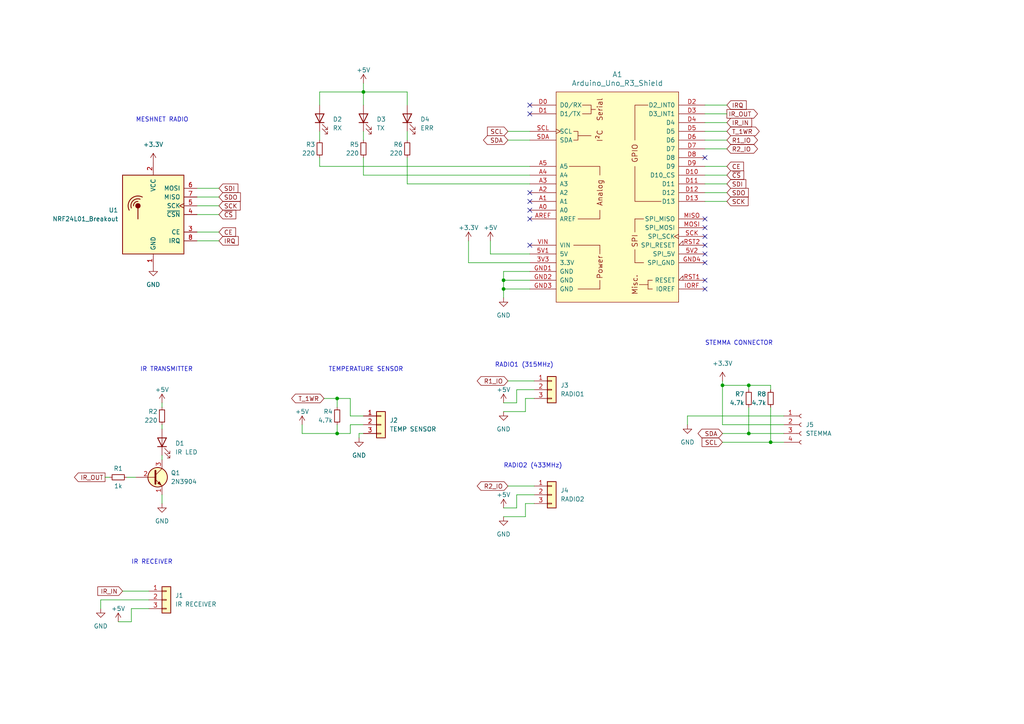
<source format=kicad_sch>
(kicad_sch (version 20230121) (generator eeschema)
  (paper "A4")
  (lib_symbols
    (symbol "Connector:Conn_01x04_Socket" (pin_names (offset 1.016) hide)
      (property "Reference" "J" (at 0 5.08 0))
      (property "Value" "Conn_01x04_Socket" (at 0 -7.62 0))
      (symbol "Conn_01x04_Socket_1_1"
        (arc (start 0 -4.572) (mid -0.5058 -5.08) (end 0 -5.588) (stroke (width 0.1524)))
        (arc (start 0 -2.032) (mid -0.5058 -2.54) (end 0 -3.048) (stroke (width 0.1524)))
        (polyline (pts (xy -1.27 -5.08) (xy -0.508 -5.08)) (stroke (width 0.1524)))
        (polyline (pts (xy -1.27 -2.54) (xy -0.508 -2.54)) (stroke (width 0.1524)))
        (polyline (pts (xy -1.27 0) (xy -0.508 0)) (stroke (width 0.1524)))
        (polyline (pts (xy -1.27 2.54) (xy -0.508 2.54)) (stroke (width 0.1524)))
        (arc (start 0 0.508) (mid -0.5058 0) (end 0 -0.508) (stroke (width 0.1524)))
        (arc (start 0 3.048) (mid -0.5058 2.54) (end 0 2.032) (stroke (width 0.1524)))
        (pin passive line (at -5.08 2.54 0) (length 3.81) (name "Pin_1") (number "1"))
        (pin passive line (at -5.08 0 0) (length 3.81) (name "Pin_2") (number "2"))
        (pin passive line (at -5.08 -2.54 0) (length 3.81) (name "Pin_3") (number "3"))
        (pin passive line (at -5.08 -5.08 0) (length 3.81) (name "Pin_4") (number "4"))
      )
    )
    (symbol "Connector_Generic:Conn_01x03" (pin_names (offset 1.016) hide)
      (property "Reference" "J" (at 0 5.08 0))
      (property "Value" "Conn_01x03" (at 0 -5.08 0))
      (symbol "Conn_01x03_1_1"
        (rectangle (start -1.27 -2.413) (end 0 -2.667) (stroke (width 0.1524)))
        (rectangle (start -1.27 0.127) (end 0 -0.127) (stroke (width 0.1524)))
        (rectangle (start -1.27 2.667) (end 0 2.413) (stroke (width 0.1524)))
        (rectangle (start -1.27 3.81) (end 1.27 -3.81) (stroke (width 0.254)) (fill (type background)))
        (pin passive line (at -5.08 2.54 0) (length 3.81) (name "Pin_1") (number "1"))
        (pin passive line (at -5.08 0 0) (length 3.81) (name "Pin_2") (number "2"))
        (pin passive line (at -5.08 -2.54 0) (length 3.81) (name "Pin_3") (number "3"))
      )
    )
    (symbol "Device:LED" (pin_numbers hide) (pin_names (offset 1.016) hide)
      (property "Reference" "D" (at 0 2.54 0))
      (property "Value" "LED" (at 0 -2.54 0))
      (symbol "LED_0_1"
        (polyline (pts (xy -1.27 -1.27) (xy -1.27 1.27)) (stroke (width 0.254)))
        (polyline (pts (xy -1.27 0) (xy 1.27 0)))
        (polyline (pts (xy 1.27 -1.27) (xy 1.27 1.27) (xy -1.27 0) (xy 1.27 -1.27)) (stroke (width 0.254)))
        (polyline (pts (xy -3.048 -0.762) (xy -4.572 -2.286) (xy -3.81 -2.286) (xy -4.572 -2.286) (xy -4.572 -1.524)))
        (polyline (pts (xy -1.778 -0.762) (xy -3.302 -2.286) (xy -2.54 -2.286) (xy -3.302 -2.286) (xy -3.302 -1.524)))
      )
      (symbol "LED_1_1"
        (pin passive line (at -3.81 0 0) (length 2.54) (name "K") (number "1"))
        (pin passive line (at 3.81 0 180) (length 2.54) (name "A") (number "2"))
      )
    )
    (symbol "Device:R_Small" (pin_numbers hide) (pin_names (offset 0.254) hide)
      (property "Reference" "R" (at 0.762 0.508 0))
      (property "Value" "R_Small" (at 0.762 -1.016 0))
      (symbol "R_Small_0_1"
        (rectangle (start -0.762 1.778) (end 0.762 -1.778) (stroke (width 0.2032)))
      )
      (symbol "R_Small_1_1"
        (pin passive line (at 0 2.54 270) (length 0.762) (name "~") (number "1"))
        (pin passive line (at 0 -2.54 90) (length 0.762) (name "~") (number "2"))
      )
    )
    (symbol "PCM_Transistor_BJT_AKL:2N3904" (pin_names hide)
      (property "Reference" "Q" (at 5.08 1.27 0))
      (property "Value" "2N3904" (at 5.08 -1.27 0))
      (symbol "2N3904_0_1"
        (polyline (pts (xy 0.635 0.635) (xy 2.54 2.54)))
        (polyline (pts (xy 0.635 -0.635) (xy 2.54 -2.54) (xy 2.54 -2.54)))
        (polyline (pts (xy 0.635 1.905) (xy 0.635 -1.905) (xy 0.635 -1.905)) (stroke (width 0.508)))
        (polyline (pts (xy 1.27 -1.778) (xy 1.778 -1.27) (xy 2.286 -2.286) (xy 1.27 -1.778) (xy 1.27 -1.778)) (fill (type outline)))
        (circle (center 1.27 0) (radius 2.8194) (stroke (width 0.254)) (fill (type background)))
      )
      (symbol "2N3904_1_1"
        (pin passive line (at 2.54 -5.08 90) (length 2.54) (name "E") (number "1"))
        (pin passive line (at -5.08 0 0) (length 5.715) (name "B") (number "2"))
        (pin passive line (at 2.54 5.08 270) (length 2.54) (name "C") (number "3"))
      )
    )
    (symbol "PCM_arduino-library:Arduino_Uno_R3_Shield" (pin_names (offset 1.016))
      (property "Reference" "A" (at 0 36.83 0))
      (property "Value" "Arduino_Uno_R3_Shield" (at 0 33.02 0))
      (symbol "Arduino_Uno_R3_Shield_0_0"
        (rectangle (start -17.78 30.48) (end 17.78 -30.48) (fill (type background)))
        (rectangle (start -12.7 -13.97) (end -5.08 -13.97))
        (rectangle (start -11.43 -26.67) (end -5.08 -26.67))
        (polyline (pts (xy -11.43 17.78) (xy -7.62 17.78)))
        (polyline (pts (xy -7.62 25.4) (xy -6.35 25.4)))
        (polyline (pts (xy -5.08 -26.67) (xy -5.08 -24.13)))
        (polyline (pts (xy -5.08 -15.24) (xy -5.08 -16.51)))
        (polyline (pts (xy -5.08 -13.97) (xy -5.08 -15.24)))
        (polyline (pts (xy -5.08 -3.81) (xy -5.08 -6.35) (xy -11.43 -6.35)))
        (polyline (pts (xy -5.08 6.35) (xy -5.08 8.89) (xy -13.97 8.89)))
        (polyline (pts (xy 5.08 8.89) (xy 5.08 -1.27) (xy 12.7 -1.27)))
        (polyline (pts (xy 5.08 16.51) (xy 5.08 26.67) (xy 8.89 26.67)))
        (polyline (pts (xy -12.7 19.05) (xy -11.43 19.05) (xy -11.43 16.51) (xy -12.7 16.51)))
        (polyline (pts (xy -10.16 26.67) (xy -7.62 26.67) (xy -7.62 24.13) (xy -10.16 24.13)))
        (rectangle (start 5.08 -19.05) (end 5.08 -15.24))
        (rectangle (start 5.08 -19.05) (end 7.62 -19.05))
        (rectangle (start 5.08 -10.16) (end 5.08 -6.35))
        (rectangle (start 7.62 -6.35) (end 5.08 -6.35))
        (rectangle (start 8.89 -25.4) (end 6.35 -25.4))
        (rectangle (start 8.89 -24.13) (end 8.89 -26.67))
        (rectangle (start 10.16 -26.67) (end 8.89 -26.67))
        (rectangle (start 10.16 -24.13) (end 8.89 -24.13))
        (text "Analog" (at -5.08 1.27 900) (effects (font (size 1.524 1.524))))
        (text "I²C" (at -5.08 17.78 900) (effects (font (size 1.524 1.524))))
        (text "Misc." (at 5.08 -25.4 900) (effects (font (size 1.524 1.524))))
        (text "Power" (at -5.08 -20.32 900) (effects (font (size 1.524 1.524))))
        (text "Serial" (at -5.08 25.4 900) (effects (font (size 1.524 1.524))))
        (text "SPI" (at 5.08 -12.7 900) (effects (font (size 1.524 1.524))))
      )
      (symbol "Arduino_Uno_R3_Shield_1_0"
        (text "GPIO" (at 5.08 12.7 900) (effects (font (size 1.524 1.524))))
      )
      (symbol "Arduino_Uno_R3_Shield_1_1"
        (pin power_out line (at -25.4 -19.05 0) (length 7.62) (name "3.3V") (number "3V3"))
        (pin power_in line (at -25.4 -16.51 0) (length 7.62) (name "5V") (number "5V1"))
        (pin power_in line (at 25.4 -16.51 180) (length 7.62) (name "SPI_5V") (number "5V2"))
        (pin bidirectional line (at -25.4 -3.81 0) (length 7.62) (name "A0") (number "A0"))
        (pin bidirectional line (at -25.4 -1.27 0) (length 7.62) (name "A1") (number "A1"))
        (pin bidirectional line (at -25.4 1.27 0) (length 7.62) (name "A2") (number "A2"))
        (pin bidirectional line (at -25.4 3.81 0) (length 7.62) (name "A3") (number "A3"))
        (pin bidirectional line (at -25.4 6.35 0) (length 7.62) (name "A4") (number "A4"))
        (pin bidirectional line (at -25.4 8.89 0) (length 7.62) (name "A5") (number "A5"))
        (pin input line (at -25.4 -6.35 0) (length 7.62) (name "AREF") (number "AREF"))
        (pin bidirectional line (at -25.4 26.67 0) (length 7.62) (name "D0/RX") (number "D0"))
        (pin bidirectional line (at -25.4 24.13 0) (length 7.62) (name "D1/TX") (number "D1"))
        (pin bidirectional line (at 25.4 6.35 180) (length 7.62) (name "D10_CS") (number "D10"))
        (pin bidirectional line (at 25.4 3.81 180) (length 7.62) (name "D11") (number "D11"))
        (pin bidirectional line (at 25.4 1.27 180) (length 7.62) (name "D12") (number "D12"))
        (pin bidirectional line (at 25.4 -1.27 180) (length 7.62) (name "D13") (number "D13"))
        (pin bidirectional line (at 25.4 26.67 180) (length 7.62) (name "D2_INT0") (number "D2"))
        (pin bidirectional line (at 25.4 24.13 180) (length 7.62) (name "D3_INT1") (number "D3"))
        (pin bidirectional line (at 25.4 21.59 180) (length 7.62) (name "D4") (number "D4"))
        (pin bidirectional line (at 25.4 19.05 180) (length 7.62) (name "D5") (number "D5"))
        (pin bidirectional line (at 25.4 16.51 180) (length 7.62) (name "D6") (number "D6"))
        (pin bidirectional line (at 25.4 13.97 180) (length 7.62) (name "D7") (number "D7"))
        (pin bidirectional line (at 25.4 11.43 180) (length 7.62) (name "D8") (number "D8"))
        (pin bidirectional line (at 25.4 8.89 180) (length 7.62) (name "D9") (number "D9"))
        (pin power_in line (at -25.4 -21.59 0) (length 7.62) (name "GND") (number "GND1"))
        (pin power_in line (at -25.4 -24.13 0) (length 7.62) (name "GND") (number "GND2"))
        (pin power_in line (at -25.4 -26.67 0) (length 7.62) (name "GND") (number "GND3"))
        (pin power_in line (at 25.4 -19.05 180) (length 7.62) (name "SPI_GND") (number "GND4"))
        (pin output line (at 25.4 -26.67 180) (length 7.62) (name "IOREF") (number "IORF"))
        (pin input line (at 25.4 -6.35 180) (length 7.62) (name "SPI_MISO") (number "MISO"))
        (pin output line (at 25.4 -8.89 180) (length 7.62) (name "SPI_MOSI") (number "MOSI"))
        (pin open_collector input_low (at 25.4 -24.13 180) (length 7.62) (name "RESET") (number "RST1"))
        (pin open_collector input_low (at 25.4 -13.97 180) (length 7.62) (name "SPI_RESET") (number "RST2"))
        (pin output clock (at 25.4 -11.43 180) (length 7.62) (name "SPI_SCK") (number "SCK"))
        (pin bidirectional clock (at -25.4 19.05 0) (length 7.62) (name "SCL") (number "SCL"))
        (pin bidirectional line (at -25.4 16.51 0) (length 7.62) (name "SDA") (number "SDA"))
        (pin power_in line (at -25.4 -13.97 0) (length 7.62) (name "VIN") (number "VIN"))
      )
    )
    (symbol "RF:NRF24L01_Breakout" (pin_names (offset 1.016))
      (property "Reference" "U" (at -8.89 12.7 0))
      (property "Value" "NRF24L01_Breakout" (at 3.81 12.7 0))
      (symbol "NRF24L01_Breakout_0_1"
        (rectangle (start -8.89 11.43) (end 8.89 -11.43) (stroke (width 0.254)) (fill (type background)))
        (polyline (pts (xy 4.445 1.905) (xy 4.445 -1.27)) (stroke (width 0.254)))
        (circle (center 4.445 2.54) (radius 0.635) (stroke (width 0.254)) (fill (type outline)))
        (arc (start 5.715 2.54) (mid 5.3521 3.4546) (end 4.445 3.81) (stroke (width 0.254)))
        (arc (start 6.35 1.905) (mid 5.8763 3.9854) (end 3.81 4.445) (stroke (width 0.254)))
        (arc (start 6.985 1.27) (mid 6.453 4.548) (end 3.175 5.08) (stroke (width 0.254)))
      )
      (symbol "NRF24L01_Breakout_1_1"
        (pin power_in line (at 0 -15.24 90) (length 3.81) (name "GND") (number "1"))
        (pin power_in line (at 0 15.24 270) (length 3.81) (name "VCC") (number "2"))
        (pin input line (at -12.7 -5.08 0) (length 3.81) (name "CE") (number "3"))
        (pin input line (at -12.7 0 0) (length 3.81) (name "~{CSN}") (number "4"))
        (pin input clock (at -12.7 2.54 0) (length 3.81) (name "SCK") (number "5"))
        (pin input line (at -12.7 7.62 0) (length 3.81) (name "MOSI") (number "6"))
        (pin output line (at -12.7 5.08 0) (length 3.81) (name "MISO") (number "7"))
        (pin output line (at -12.7 -7.62 0) (length 3.81) (name "IRQ") (number "8"))
      )
    )
    (symbol "power:+3.3V" (power) (pin_names (offset 0))
      (property "Value" "+3.3V" (at 0 3.556 0))
      (symbol "+3.3V_0_1"
        (polyline (pts (xy -0.762 1.27) (xy 0 2.54)))
        (polyline (pts (xy 0 0) (xy 0 2.54)))
        (polyline (pts (xy 0 2.54) (xy 0.762 1.27)))
      )
      (symbol "+3.3V_1_1"
        (pin power_in line (at 0 0 90) (length 0) hide (name "+3.3V") (number "1"))
      )
    )
    (symbol "power:+5V" (power) (pin_names (offset 0))
      (property "Value" "+5V" (at 0 3.556 0))
      (symbol "+5V_0_1"
        (polyline (pts (xy -0.762 1.27) (xy 0 2.54)))
        (polyline (pts (xy 0 0) (xy 0 2.54)))
        (polyline (pts (xy 0 2.54) (xy 0.762 1.27)))
      )
      (symbol "+5V_1_1"
        (pin power_in line (at 0 0 90) (length 0) hide (name "+5V") (number "1"))
      )
    )
    (symbol "power:GND" (power) (pin_names (offset 0))
      (property "Value" "GND" (at 0 -3.81 0))
      (symbol "GND_0_1"
        (polyline (pts (xy 0 0) (xy 0 -1.27) (xy 1.27 -1.27) (xy 0 -2.54) (xy -1.27 -1.27) (xy 0 -1.27)))
      )
      (symbol "GND_1_1"
        (pin power_in line (at 0 0 270) (length 0) hide (name "GND") (number "1"))
      )
    )
  )
  (junction (at 97.79 125.73))
  (junction (at 105.41 26.67))
  (junction (at 217.17 111.76))
  (junction (at 146.05 83.82))
  (junction (at 209.55 111.76))
  (junction (at 223.52 128.27))
  (junction (at 97.79 115.57))
  (junction (at 217.17 125.73))
  (junction (at 146.05 81.28))
  (no_connect (at 204.47 68.58))
  (no_connect (at 204.47 45.72))
  (no_connect (at 153.67 58.42))
  (no_connect (at 153.67 71.12))
  (no_connect (at 204.47 73.66))
  (no_connect (at 204.47 71.12))
  (no_connect (at 204.47 76.2))
  (no_connect (at 204.47 83.82))
  (no_connect (at 204.47 81.28))
  (no_connect (at 153.67 30.48))
  (no_connect (at 204.47 63.5))
  (no_connect (at 153.67 55.88))
  (no_connect (at 204.47 66.04))
  (no_connect (at 153.67 33.02))
  (no_connect (at 153.67 60.96))
  (no_connect (at 153.67 63.5))
  (wire (pts (xy 36.83 138.43) (xy 39.37 138.43)))
  (wire (pts (xy 210.82 40.64) (xy 204.47 40.64)))
  (wire (pts (xy 105.41 24.13) (xy 105.41 26.67)))
  (wire (pts (xy 149.86 143.51) (xy 154.94 143.51)))
  (wire (pts (xy 87.63 123.19) (xy 87.63 125.73)))
  (wire (pts (xy 147.32 140.97) (xy 154.94 140.97)))
  (wire (pts (xy 105.41 38.1) (xy 105.41 40.64)))
  (wire (pts (xy 92.71 38.1) (xy 92.71 40.64)))
  (wire (pts (xy 34.29 180.34) (xy 38.1 180.34)))
  (wire (pts (xy 210.82 33.02) (xy 204.47 33.02)))
  (wire (pts (xy 147.32 40.64) (xy 153.67 40.64)))
  (wire (pts (xy 29.21 176.53) (xy 29.21 173.99)))
  (wire (pts (xy 153.67 38.1) (xy 147.32 38.1)))
  (wire (pts (xy 30.48 138.43) (xy 31.75 138.43)))
  (wire (pts (xy 38.1 176.53) (xy 43.18 176.53)))
  (wire (pts (xy 149.86 116.84) (xy 149.86 113.03)))
  (wire (pts (xy 142.24 69.85) (xy 142.24 73.66)))
  (wire (pts (xy 46.99 132.08) (xy 46.99 133.35)))
  (wire (pts (xy 149.86 147.32) (xy 149.86 143.51)))
  (wire (pts (xy 204.47 50.8) (xy 210.82 50.8)))
  (wire (pts (xy 92.71 26.67) (xy 105.41 26.67)))
  (wire (pts (xy 209.55 110.49) (xy 209.55 111.76)))
  (wire (pts (xy 217.17 113.03) (xy 217.17 111.76)))
  (wire (pts (xy 118.11 53.34) (xy 153.67 53.34)))
  (wire (pts (xy 101.6 123.19) (xy 105.41 123.19)))
  (wire (pts (xy 97.79 115.57) (xy 101.6 115.57)))
  (wire (pts (xy 142.24 73.66) (xy 153.67 73.66)))
  (wire (pts (xy 217.17 125.73) (xy 227.33 125.73)))
  (wire (pts (xy 209.55 111.76) (xy 217.17 111.76)))
  (wire (pts (xy 46.99 123.19) (xy 46.99 124.46)))
  (wire (pts (xy 105.41 50.8) (xy 153.67 50.8)))
  (wire (pts (xy 223.52 118.11) (xy 223.52 128.27)))
  (wire (pts (xy 146.05 78.74) (xy 146.05 81.28)))
  (wire (pts (xy 199.39 123.19) (xy 199.39 120.65)))
  (wire (pts (xy 35.56 171.45) (xy 43.18 171.45)))
  (wire (pts (xy 146.05 86.36) (xy 146.05 83.82)))
  (wire (pts (xy 209.55 111.76) (xy 209.55 123.19)))
  (wire (pts (xy 217.17 118.11) (xy 217.17 125.73)))
  (wire (pts (xy 146.05 147.32) (xy 149.86 147.32)))
  (wire (pts (xy 153.67 81.28) (xy 146.05 81.28)))
  (wire (pts (xy 29.21 173.99) (xy 43.18 173.99)))
  (wire (pts (xy 204.47 30.48) (xy 210.82 30.48)))
  (wire (pts (xy 210.82 38.1) (xy 204.47 38.1)))
  (wire (pts (xy 149.86 113.03) (xy 154.94 113.03)))
  (wire (pts (xy 105.41 45.72) (xy 105.41 50.8)))
  (wire (pts (xy 101.6 120.65) (xy 105.41 120.65)))
  (wire (pts (xy 38.1 180.34) (xy 38.1 176.53)))
  (wire (pts (xy 57.15 69.85) (xy 63.5 69.85)))
  (wire (pts (xy 118.11 45.72) (xy 118.11 53.34)))
  (wire (pts (xy 152.4 146.05) (xy 154.94 146.05)))
  (wire (pts (xy 93.98 115.57) (xy 97.79 115.57)))
  (wire (pts (xy 146.05 116.84) (xy 149.86 116.84)))
  (wire (pts (xy 204.47 58.42) (xy 210.82 58.42)))
  (wire (pts (xy 118.11 30.48) (xy 118.11 26.67)))
  (wire (pts (xy 101.6 125.73) (xy 101.6 123.19)))
  (wire (pts (xy 204.47 53.34) (xy 210.82 53.34)))
  (wire (pts (xy 227.33 128.27) (xy 223.52 128.27)))
  (wire (pts (xy 146.05 81.28) (xy 146.05 83.82)))
  (wire (pts (xy 204.47 48.26) (xy 210.82 48.26)))
  (wire (pts (xy 92.71 30.48) (xy 92.71 26.67)))
  (wire (pts (xy 97.79 123.19) (xy 97.79 125.73)))
  (wire (pts (xy 118.11 26.67) (xy 105.41 26.67)))
  (wire (pts (xy 209.55 125.73) (xy 217.17 125.73)))
  (wire (pts (xy 92.71 45.72) (xy 92.71 48.26)))
  (wire (pts (xy 92.71 48.26) (xy 153.67 48.26)))
  (wire (pts (xy 146.05 83.82) (xy 153.67 83.82)))
  (wire (pts (xy 57.15 59.69) (xy 63.5 59.69)))
  (wire (pts (xy 101.6 115.57) (xy 101.6 120.65)))
  (wire (pts (xy 209.55 123.19) (xy 227.33 123.19)))
  (wire (pts (xy 146.05 149.86) (xy 152.4 149.86)))
  (wire (pts (xy 135.89 76.2) (xy 153.67 76.2)))
  (wire (pts (xy 118.11 38.1) (xy 118.11 40.64)))
  (wire (pts (xy 46.99 143.51) (xy 46.99 146.05)))
  (wire (pts (xy 97.79 115.57) (xy 97.79 118.11)))
  (wire (pts (xy 97.79 125.73) (xy 101.6 125.73)))
  (wire (pts (xy 46.99 116.84) (xy 46.99 118.11)))
  (wire (pts (xy 153.67 78.74) (xy 146.05 78.74)))
  (wire (pts (xy 199.39 120.65) (xy 227.33 120.65)))
  (wire (pts (xy 152.4 119.38) (xy 152.4 115.57)))
  (wire (pts (xy 57.15 67.31) (xy 63.5 67.31)))
  (wire (pts (xy 152.4 115.57) (xy 154.94 115.57)))
  (wire (pts (xy 135.89 69.85) (xy 135.89 76.2)))
  (wire (pts (xy 87.63 125.73) (xy 97.79 125.73)))
  (wire (pts (xy 223.52 128.27) (xy 209.55 128.27)))
  (wire (pts (xy 57.15 62.23) (xy 63.5 62.23)))
  (wire (pts (xy 104.14 125.73) (xy 105.41 125.73)))
  (wire (pts (xy 223.52 111.76) (xy 217.17 111.76)))
  (wire (pts (xy 210.82 35.56) (xy 204.47 35.56)))
  (wire (pts (xy 210.82 43.18) (xy 204.47 43.18)))
  (wire (pts (xy 223.52 113.03) (xy 223.52 111.76)))
  (wire (pts (xy 146.05 119.38) (xy 152.4 119.38)))
  (wire (pts (xy 57.15 54.61) (xy 63.5 54.61)))
  (wire (pts (xy 105.41 26.67) (xy 105.41 30.48)))
  (wire (pts (xy 147.32 110.49) (xy 154.94 110.49)))
  (wire (pts (xy 104.14 127) (xy 104.14 125.73)))
  (wire (pts (xy 57.15 57.15) (xy 63.5 57.15)))
  (wire (pts (xy 204.47 55.88) (xy 210.82 55.88)))
  (wire (pts (xy 152.4 149.86) (xy 152.4 146.05)))
  (text "IR TRANSMITTER\n" (at 40.64 107.95 0) (effects (font (size 1.27 1.27)) (justify left bottom)))
  (text "STEMMA CONNECTOR" (at 204.47 100.33 0) (effects (font (size 1.27 1.27)) (justify left bottom)))
  (text "IR RECEIVER" (at 38.1 163.83 0) (effects (font (size 1.27 1.27)) (justify left bottom)))
  (text "MESHNET RADIO" (at 39.37 35.56 0) (effects (font (size 1.27 1.27)) (justify left bottom)))
  (text "RADIO2 (433MHz)\n" (at 146.05 135.89 0) (effects (font (size 1.27 1.27)) (justify left bottom)))
  (text "TEMPERATURE SENSOR" (at 95.25 107.95 0) (effects (font (size 1.27 1.27)) (justify left bottom)))
  (text "RADIO1 (315MHz)\n" (at 143.51 106.68 0) (effects (font (size 1.27 1.27)) (justify left bottom)))
  (global_label "SDI" (shape input) (at 63.5 54.61 0) (property "Intersheetrefs" "${INTERSHEET_REFS}" (effects hide)))
  (global_label "SDA" (shape bidirectional) (at 209.55 125.73 180) (property "Intersheetrefs" "${INTERSHEET_REFS}" (effects hide)))
  (global_label "SDO" (shape input) (at 63.5 57.15 0) (property "Intersheetrefs" "${INTERSHEET_REFS}" (effects hide)))
  (global_label "IRQ" (shape input) (at 210.82 30.48 0) (property "Intersheetrefs" "${INTERSHEET_REFS}" (effects hide)))
  (global_label "SDA" (shape bidirectional) (at 147.32 40.64 180) (property "Intersheetrefs" "${INTERSHEET_REFS}" (effects hide)))
  (global_label "CE" (shape input) (at 63.5 67.31 0) (property "Intersheetrefs" "${INTERSHEET_REFS}" (effects hide)))
  (global_label "CE" (shape input) (at 210.82 48.26 0) (property "Intersheetrefs" "${INTERSHEET_REFS}" (effects hide)))
  (global_label "T_1WR" (shape bidirectional) (at 93.98 115.57 180) (property "Intersheetrefs" "${INTERSHEET_REFS}" (effects hide)))
  (global_label "SCL" (shape input) (at 209.55 128.27 180) (property "Intersheetrefs" "${INTERSHEET_REFS}" (effects hide)))
  (global_label "SDI" (shape input) (at 210.82 53.34 0) (property "Intersheetrefs" "${INTERSHEET_REFS}" (effects hide)))
  (global_label "IR_OUT" (shape output) (at 210.82 33.02 0) (property "Intersheetrefs" "${INTERSHEET_REFS}" (effects hide)))
  (global_label "R1_IO" (shape bidirectional) (at 210.82 40.64 0) (property "Intersheetrefs" "${INTERSHEET_REFS}" (effects hide)))
  (global_label "~{CS}" (shape input) (at 210.82 50.8 0) (property "Intersheetrefs" "${INTERSHEET_REFS}" (effects hide)))
  (global_label "R2_IO" (shape bidirectional) (at 147.32 140.97 180) (property "Intersheetrefs" "${INTERSHEET_REFS}" (effects hide)))
  (global_label "IRQ" (shape input) (at 63.5 69.85 0) (property "Intersheetrefs" "${INTERSHEET_REFS}" (effects hide)))
  (global_label "SDO" (shape input) (at 210.82 55.88 0) (property "Intersheetrefs" "${INTERSHEET_REFS}" (effects hide)))
  (global_label "T_1WR" (shape bidirectional) (at 210.82 38.1 0) (property "Intersheetrefs" "${INTERSHEET_REFS}" (effects hide)))
  (global_label "R1_IO" (shape bidirectional) (at 147.32 110.49 180) (property "Intersheetrefs" "${INTERSHEET_REFS}" (effects hide)))
  (global_label "SCL" (shape input) (at 147.32 38.1 180) (property "Intersheetrefs" "${INTERSHEET_REFS}" (effects hide)))
  (global_label "R2_IO" (shape bidirectional) (at 210.82 43.18 0) (property "Intersheetrefs" "${INTERSHEET_REFS}" (effects hide)))
  (global_label "SCK" (shape input) (at 210.82 58.42 0) (property "Intersheetrefs" "${INTERSHEET_REFS}" (effects hide)))
  (global_label "IR_OUT" (shape output) (at 30.48 138.43 180) (property "Intersheetrefs" "${INTERSHEET_REFS}" (effects hide)))
  (global_label "IR_IN" (shape input) (at 35.56 171.45 180) (property "Intersheetrefs" "${INTERSHEET_REFS}" (effects hide)))
  (global_label "SCK" (shape input) (at 63.5 59.69 0) (property "Intersheetrefs" "${INTERSHEET_REFS}" (effects hide)))
  (global_label "~{CS}" (shape input) (at 63.5 62.23 0) (property "Intersheetrefs" "${INTERSHEET_REFS}" (effects hide)))
  (global_label "IR_IN" (shape input) (at 210.82 35.56 0) (property "Intersheetrefs" "${INTERSHEET_REFS}" (effects hide)))
  (symbol (lib_id "power:GND") (at 146.05 149.86 0) (unit 1)
    (property "Reference" "#PWR016" (effects hide))
    (property "Value" "GND" (at 146.05 154.94 0))
  )
  (symbol (lib_id "RF:NRF24L01_Breakout") (at 44.45 62.23 0) (mirror y) (unit 1)
    (property "Reference" "U1" (at 34.29 60.96 0) (effects (justify left)))
    (property "Value" "NRF24L01_Breakout" (at 34.29 63.5 0) (effects (justify left)))
    (property "Footprint" "RF_Module:nRF24L01_Breakout" (effects hide))
    (property "Datasheet" "http://www.nordicsemi.com/eng/content/download/2730/34105/file/nRF24L01_Product_Specification_v2_0.pdf" (effects hide))
  )
  (symbol (lib_id "Connector_Generic:Conn_01x03") (at 48.26 173.99 0) (unit 1)
    (property "Reference" "J1" (at 50.8 172.7199 0) (effects (justify left)))
    (property "Value" "IR RECEIVER" (at 50.8 175.2599 0) (effects (justify left)))
    (property "Footprint" "Connector_PinSocket_2.54mm:PinSocket_1x03_P2.54mm_Vertical" (effects hide))
  )
  (symbol (lib_id "PCM_Transistor_BJT_AKL:2N3904") (at 44.45 138.43 0) (unit 1)
    (property "Reference" "Q1" (at 49.53 137.16 0) (effects (justify left)))
    (property "Value" "2N3904" (at 49.53 139.7 0) (effects (justify left)))
    (property "Footprint" "Package_TO_SOT_THT:TO-92_Inline_Wide" (effects hide))
    (property "Datasheet" "https://www.tme.eu/Document/12bff749841e3a356e683e9a8e7e4119/2N3904BU-DTE.pdf" (effects hide))
  )
  (symbol (lib_id "PCM_arduino-library:Arduino_Uno_R3_Shield") (at 179.07 57.15 0) (unit 1)
    (property "Reference" "A1" (at 179.07 21.59 0) (effects (font (size 1.524 1.524))))
    (property "Value" "Arduino_Uno_R3_Shield" (at 179.07 24.13 0) (effects (font (size 1.524 1.524))))
    (property "Footprint" "PCM_arduino-library:Arduino_Uno_R3_Shield" (effects hide))
    (property "Datasheet" "https://docs.arduino.cc/hardware/uno-rev3" (effects hide))
  )
  (symbol (lib_id "power:+3.3V") (at 209.55 110.49 0) (unit 1)
    (property "Reference" "#PWR018" (effects hide))
    (property "Value" "+3.3V" (at 209.55 105.41 0))
  )
  (symbol (lib_id "power:GND") (at 146.05 119.38 0) (unit 1)
    (property "Reference" "#PWR014" (effects hide))
    (property "Value" "GND" (at 146.05 124.46 0))
  )
  (symbol (lib_id "Device:R_Small") (at 97.79 120.65 0) (mirror y) (unit 1)
    (property "Reference" "R4" (at 96.52 119.38 0) (effects (justify left)))
    (property "Value" "4.7k" (at 96.52 121.92 0) (effects (justify left)))
    (property "Footprint" "Resistor_THT:R_Axial_DIN0204_L3.6mm_D1.6mm_P5.08mm_Horizontal" (effects hide))
  )
  (symbol (lib_id "Device:R_Small") (at 217.17 115.57 0) (mirror y) (unit 1)
    (property "Reference" "R7" (at 215.9 114.3 0) (effects (justify left)))
    (property "Value" "4.7k" (at 215.9 116.84 0) (effects (justify left)))
    (property "Footprint" "Resistor_THT:R_Axial_DIN0204_L3.6mm_D1.6mm_P5.08mm_Horizontal" (effects hide))
  )
  (symbol (lib_id "Connector:Conn_01x04_Socket") (at 232.41 123.19 0) (unit 1)
    (property "Reference" "J5" (at 233.68 123.19 0) (effects (justify left)))
    (property "Value" "STEMMA" (at 233.68 125.73 0) (effects (justify left)))
    (property "Footprint" "Connector_JST:JST_SH_SM04B-SRSS-TB_1x04-1MP_P1.00mm_Horizontal" (effects hide))
  )
  (symbol (lib_id "power:+5V") (at 46.99 116.84 0) (unit 1)
    (property "Reference" "#PWR05" (effects hide))
    (property "Value" "+5V" (at 46.99 113.03 0))
  )
  (symbol (lib_id "power:+5V") (at 87.63 123.19 0) (unit 1)
    (property "Reference" "#PWR07" (effects hide))
    (property "Value" "+5V" (at 87.63 119.38 0))
  )
  (symbol (lib_id "Device:LED") (at 92.71 34.29 90) (unit 1)
    (property "Reference" "D2" (at 96.52 34.6075 90) (effects (justify right)))
    (property "Value" "RX" (at 96.52 37.1475 90) (effects (justify right)))
    (property "Footprint" "LED_THT:LED_D5.0mm" (effects hide))
  )
  (symbol (lib_id "power:GND") (at 29.21 176.53 0) (unit 1)
    (property "Reference" "#PWR01" (effects hide))
    (property "Value" "GND" (at 29.21 181.61 0))
  )
  (symbol (lib_id "Device:LED") (at 105.41 34.29 90) (unit 1)
    (property "Reference" "D3" (at 109.22 34.6075 90) (effects (justify right)))
    (property "Value" "TX" (at 109.22 37.1475 90) (effects (justify right)))
    (property "Footprint" "LED_THT:LED_D5.0mm" (effects hide))
  )
  (symbol (lib_id "power:+3.3V") (at 135.89 69.85 0) (unit 1)
    (property "Reference" "#PWR010" (effects hide))
    (property "Value" "+3.3V" (at 135.89 66.04 0))
  )
  (symbol (lib_id "power:GND") (at 44.45 77.47 0) (unit 1)
    (property "Reference" "#PWR04" (effects hide))
    (property "Value" "GND" (at 44.45 82.55 0))
  )
  (symbol (lib_id "Connector_Generic:Conn_01x03") (at 160.02 143.51 0) (unit 1)
    (property "Reference" "J4" (at 162.56 142.24 0) (effects (justify left)))
    (property "Value" "RADIO2" (at 162.56 144.78 0) (effects (justify left)))
    (property "Footprint" "Connector_PinSocket_2.54mm:PinSocket_1x03_P2.54mm_Vertical" (effects hide))
  )
  (symbol (lib_id "power:+3.3V") (at 44.45 46.99 0) (unit 1)
    (property "Reference" "#PWR03" (effects hide))
    (property "Value" "+3.3V" (at 44.45 41.91 0))
  )
  (symbol (lib_id "power:GND") (at 199.39 123.19 0) (unit 1)
    (property "Reference" "#PWR017" (effects hide))
    (property "Value" "GND" (at 199.39 128.27 0))
  )
  (symbol (lib_id "power:+5V") (at 34.29 180.34 0) (unit 1)
    (property "Reference" "#PWR02" (effects hide))
    (property "Value" "+5V" (at 34.29 176.53 0))
  )
  (symbol (lib_id "Device:R_Small") (at 46.99 120.65 0) (mirror y) (unit 1)
    (property "Reference" "R2" (at 45.72 119.38 0) (effects (justify left)))
    (property "Value" "220" (at 45.72 121.92 0) (effects (justify left)))
    (property "Footprint" "Resistor_THT:R_Axial_DIN0204_L3.6mm_D1.6mm_P5.08mm_Horizontal" (effects hide))
  )
  (symbol (lib_id "power:+5V") (at 142.24 69.85 0) (unit 1)
    (property "Reference" "#PWR011" (effects hide))
    (property "Value" "+5V" (at 142.24 66.04 0))
  )
  (symbol (lib_id "Device:R_Small") (at 105.41 43.18 0) (mirror y) (unit 1)
    (property "Reference" "R5" (at 104.14 41.91 0) (effects (justify left)))
    (property "Value" "220" (at 104.14 44.45 0) (effects (justify left)))
    (property "Footprint" "Resistor_THT:R_Axial_DIN0204_L3.6mm_D1.6mm_P5.08mm_Horizontal" (effects hide))
  )
  (symbol (lib_id "power:GND") (at 46.99 146.05 0) (unit 1)
    (property "Reference" "#PWR06" (effects hide))
    (property "Value" "GND" (at 46.99 151.13 0))
  )
  (symbol (lib_id "Device:LED") (at 118.11 34.29 90) (unit 1)
    (property "Reference" "D4" (at 121.92 34.6075 90) (effects (justify right)))
    (property "Value" "ERR" (at 121.92 37.1475 90) (effects (justify right)))
    (property "Footprint" "LED_THT:LED_D5.0mm" (effects hide))
  )
  (symbol (lib_id "power:+5V") (at 105.41 24.13 0) (unit 1)
    (property "Reference" "#PWR09" (effects hide))
    (property "Value" "+5V" (at 105.41 20.32 0))
  )
  (symbol (lib_id "power:+5V") (at 146.05 116.84 0) (unit 1)
    (property "Reference" "#PWR013" (effects hide))
    (property "Value" "+5V" (at 146.05 113.03 0))
  )
  (symbol (lib_id "Device:R_Small") (at 34.29 138.43 90) (mirror x) (unit 1)
    (property "Reference" "R1" (at 34.29 135.89 90))
    (property "Value" "1k" (at 34.29 140.97 90))
    (property "Footprint" "Resistor_THT:R_Axial_DIN0204_L3.6mm_D1.6mm_P5.08mm_Horizontal" (effects hide))
  )
  (symbol (lib_id "Connector_Generic:Conn_01x03") (at 160.02 113.03 0) (unit 1)
    (property "Reference" "J3" (at 162.56 111.76 0) (effects (justify left)))
    (property "Value" "RADIO1" (at 162.56 114.3 0) (effects (justify left)))
    (property "Footprint" "Connector_PinSocket_2.54mm:PinSocket_1x03_P2.54mm_Vertical" (effects hide))
  )
  (symbol (lib_id "power:+5V") (at 146.05 147.32 0) (unit 1)
    (property "Reference" "#PWR015" (effects hide))
    (property "Value" "+5V" (at 146.05 143.51 0))
  )
  (symbol (lib_id "Connector_Generic:Conn_01x03") (at 110.49 123.19 0) (unit 1)
    (property "Reference" "J2" (at 113.03 121.9199 0) (effects (justify left)))
    (property "Value" "TEMP SENSOR" (at 113.03 124.4599 0) (effects (justify left)))
    (property "Footprint" "Connector_PinSocket_2.54mm:PinSocket_1x03_P2.54mm_Vertical" (effects hide))
  )
  (symbol (lib_id "power:GND") (at 146.05 86.36 0) (unit 1)
    (property "Reference" "#PWR012" (effects hide))
    (property "Value" "GND" (at 146.05 91.44 0))
  )
  (symbol (lib_id "Device:R_Small") (at 92.71 43.18 0) (mirror y) (unit 1)
    (property "Reference" "R3" (at 91.44 41.91 0) (effects (justify left)))
    (property "Value" "220" (at 91.44 44.45 0) (effects (justify left)))
    (property "Footprint" "Resistor_THT:R_Axial_DIN0204_L3.6mm_D1.6mm_P5.08mm_Horizontal" (effects hide))
  )
  (symbol (lib_id "Device:R_Small") (at 223.52 115.57 0) (mirror y) (unit 1)
    (property "Reference" "R8" (at 222.25 114.3 0) (effects (justify left)))
    (property "Value" "4.7k" (at 222.25 116.84 0) (effects (justify left)))
    (property "Footprint" "Resistor_THT:R_Axial_DIN0204_L3.6mm_D1.6mm_P5.08mm_Horizontal" (effects hide))
  )
  (symbol (lib_id "Device:LED") (at 46.99 128.27 90) (unit 1)
    (property "Reference" "D1" (at 50.8 128.5875 90) (effects (justify right)))
    (property "Value" "IR LED" (at 50.8 131.1275 90) (effects (justify right)))
    (property "Footprint" "Connector_PinSocket_2.54mm:PinSocket_1x02_P2.54mm_Vertical" (effects hide))
  )
  (symbol (lib_id "power:GND") (at 104.14 127 0) (unit 1)
    (property "Reference" "#PWR08" (effects hide))
    (property "Value" "GND" (at 104.14 132.08 0))
  )
  (symbol (lib_id "Device:R_Small") (at 118.11 43.18 0) (mirror y) (unit 1)
    (property "Reference" "R6" (at 116.84 41.91 0) (effects (justify left)))
    (property "Value" "220" (at 116.84 44.45 0) (effects (justify left)))
    (property "Footprint" "Resistor_THT:R_Axial_DIN0204_L3.6mm_D1.6mm_P5.08mm_Horizontal" (effects hide))
  )
)
</source>
